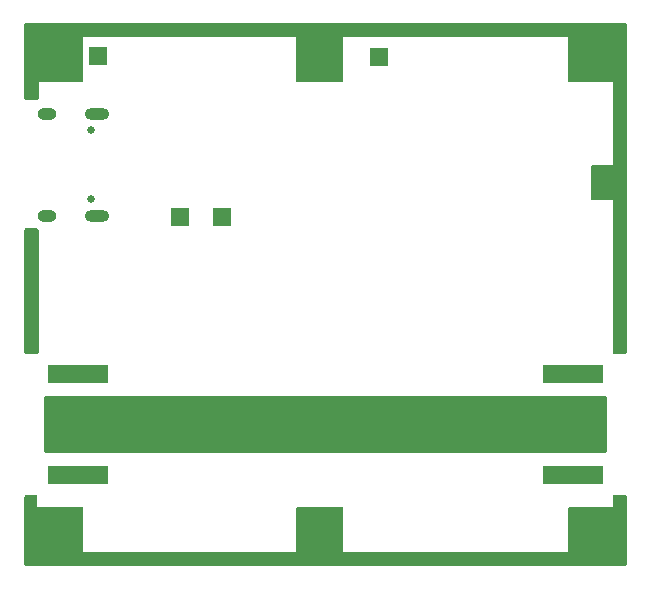
<source format=gbr>
%TF.GenerationSoftware,KiCad,Pcbnew,7.0.6-7.0.6~ubuntu22.04.1*%
%TF.CreationDate,2023-09-10T12:00:18+02:00*%
%TF.ProjectId,RFAmp,5246416d-702e-46b6-9963-61645f706362,rev?*%
%TF.SameCoordinates,Original*%
%TF.FileFunction,Soldermask,Bot*%
%TF.FilePolarity,Negative*%
%FSLAX46Y46*%
G04 Gerber Fmt 4.6, Leading zero omitted, Abs format (unit mm)*
G04 Created by KiCad (PCBNEW 7.0.6-7.0.6~ubuntu22.04.1) date 2023-09-10 12:00:18*
%MOMM*%
%LPD*%
G01*
G04 APERTURE LIST*
%ADD10R,5.080000X1.500000*%
%ADD11R,1.500000X1.500000*%
%ADD12O,1.600000X1.000000*%
%ADD13O,2.100000X1.000000*%
%ADD14C,0.650000*%
%ADD15C,2.000000*%
G04 APERTURE END LIST*
D10*
%TO.C,J1*%
X104562500Y-129750000D03*
X104562500Y-138250000D03*
%TD*%
%TO.C,J2*%
X146437500Y-129750000D03*
X146437500Y-138250000D03*
%TD*%
D11*
%TO.C,TP3*%
X116750000Y-116400000D03*
%TD*%
%TO.C,TP2*%
X106200000Y-102850000D03*
%TD*%
D12*
%TO.C,J4*%
X101950000Y-116320000D03*
D13*
X106130000Y-116320000D03*
D12*
X101950000Y-107680000D03*
D13*
X106130000Y-107680000D03*
D14*
X105600000Y-114890000D03*
X105600000Y-109110000D03*
%TD*%
D15*
%TO.C,J3*%
X149900000Y-113500000D03*
%TD*%
D11*
%TO.C,TP4*%
X130000000Y-102875000D03*
%TD*%
%TO.C,TP1*%
X113200000Y-116400000D03*
%TD*%
G36*
X149243039Y-131619685D02*
G01*
X149288794Y-131672489D01*
X149300000Y-131724000D01*
X149300000Y-136276000D01*
X149280315Y-136343039D01*
X149227511Y-136388794D01*
X149176000Y-136400000D01*
X101824000Y-136400000D01*
X101756961Y-136380315D01*
X101711206Y-136327511D01*
X101700000Y-136276000D01*
X101700000Y-131724000D01*
X101719685Y-131656961D01*
X101772489Y-131611206D01*
X101824000Y-131600000D01*
X149176000Y-131600000D01*
X149243039Y-131619685D01*
G37*
G36*
X101043039Y-140019685D02*
G01*
X101088794Y-140072489D01*
X101100000Y-140124000D01*
X101100000Y-141000000D01*
X104876000Y-141000000D01*
X104943039Y-141019685D01*
X104988794Y-141072489D01*
X105000000Y-141124000D01*
X105000000Y-144800000D01*
X123000000Y-144800000D01*
X123000000Y-141124000D01*
X123019685Y-141056961D01*
X123072489Y-141011206D01*
X123124000Y-141000000D01*
X126876000Y-141000000D01*
X126943039Y-141019685D01*
X126988794Y-141072489D01*
X127000000Y-141124000D01*
X127000000Y-144800000D01*
X146000000Y-144800000D01*
X146000000Y-141124000D01*
X146019685Y-141056961D01*
X146072489Y-141011206D01*
X146124000Y-141000000D01*
X149800000Y-141000000D01*
X149800000Y-140124000D01*
X149819685Y-140056961D01*
X149872489Y-140011206D01*
X149924000Y-140000000D01*
X150876000Y-140000000D01*
X150943039Y-140019685D01*
X150988794Y-140072489D01*
X151000000Y-140124000D01*
X151000000Y-145876000D01*
X150980315Y-145943039D01*
X150927511Y-145988794D01*
X150876000Y-146000000D01*
X100124000Y-146000000D01*
X100056961Y-145980315D01*
X100011206Y-145927511D01*
X100000000Y-145876000D01*
X100000000Y-140124000D01*
X100019685Y-140056961D01*
X100072489Y-140011206D01*
X100124000Y-140000000D01*
X100976000Y-140000000D01*
X101043039Y-140019685D01*
G37*
G36*
X150943039Y-100019685D02*
G01*
X150988794Y-100072489D01*
X151000000Y-100124000D01*
X151000000Y-127876000D01*
X150980315Y-127943039D01*
X150927511Y-127988794D01*
X150876000Y-128000000D01*
X149924000Y-128000000D01*
X149856961Y-127980315D01*
X149811206Y-127927511D01*
X149800000Y-127876000D01*
X149800000Y-115000000D01*
X148124000Y-115000000D01*
X148056961Y-114980315D01*
X148011206Y-114927511D01*
X148000000Y-114876000D01*
X148000000Y-112124000D01*
X148019685Y-112056961D01*
X148072489Y-112011206D01*
X148124000Y-112000000D01*
X149800000Y-112000000D01*
X149800000Y-105000000D01*
X146124000Y-105000000D01*
X146056961Y-104980315D01*
X146011206Y-104927511D01*
X146000000Y-104876000D01*
X146000000Y-101200000D01*
X127000000Y-101200000D01*
X127000000Y-104876000D01*
X126980315Y-104943039D01*
X126927511Y-104988794D01*
X126876000Y-105000000D01*
X123124000Y-105000000D01*
X123056961Y-104980315D01*
X123011206Y-104927511D01*
X123000000Y-104876000D01*
X123000000Y-101200000D01*
X105000000Y-101200000D01*
X105000000Y-104876000D01*
X104980315Y-104943039D01*
X104927511Y-104988794D01*
X104876000Y-105000000D01*
X101200000Y-105000000D01*
X101200000Y-106376000D01*
X101180315Y-106443039D01*
X101127511Y-106488794D01*
X101076000Y-106500000D01*
X100124000Y-106500000D01*
X100056961Y-106480315D01*
X100011206Y-106427511D01*
X100000000Y-106376000D01*
X100000000Y-100124000D01*
X100019685Y-100056961D01*
X100072489Y-100011206D01*
X100124000Y-100000000D01*
X150876000Y-100000000D01*
X150943039Y-100019685D01*
G37*
G36*
X101143039Y-117419685D02*
G01*
X101188794Y-117472489D01*
X101200000Y-117524000D01*
X101200000Y-127876000D01*
X101180315Y-127943039D01*
X101127511Y-127988794D01*
X101076000Y-128000000D01*
X100124000Y-128000000D01*
X100056961Y-127980315D01*
X100011206Y-127927511D01*
X100000000Y-127876000D01*
X100000000Y-117524000D01*
X100019685Y-117456961D01*
X100072489Y-117411206D01*
X100124000Y-117400000D01*
X101076000Y-117400000D01*
X101143039Y-117419685D01*
G37*
M02*

</source>
